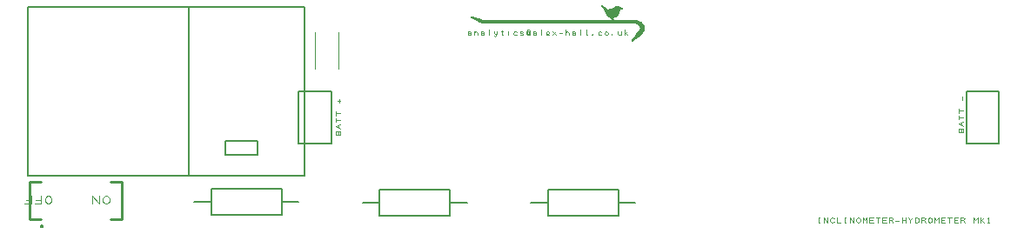
<source format=gbr>
G04 EasyPC Gerber Version 21.0.3 Build 4286 *
%FSLAX35Y35*%
%MOIN*%
%ADD71C,0.00001*%
%ADD20C,0.00100*%
%ADD70C,0.00394*%
%ADD19C,0.00500*%
%ADD21C,0.00800*%
%ADD85C,0.01000*%
X0Y0D02*
D02*
D19*
X93591Y43077D02*
Y37777D01*
X81291*
Y43077*
X93591*
X109242Y41943D02*
Y61943D01*
X121742*
Y41943*
X109242*
X365148D02*
Y61943D01*
X377648*
Y41943*
X365148*
D02*
D70*
X115394Y84915D02*
Y70742D01*
X124449Y84915D02*
Y70742D01*
D02*
D71*
X225236Y95053D02*
X225252Y95006D01*
X225270Y94959*
X225289Y94914*
X225309Y94870*
X225330Y94826*
X225354Y94784*
X225378Y94742*
X225403Y94701*
X225429Y94661*
X225456Y94622*
X225485Y94583*
X225513Y94545*
X225543Y94507*
X225574Y94470*
X225605Y94433*
X225637Y94397*
X225669Y94361*
X225701Y94325*
X225734Y94290*
X225768Y94254*
X225801Y94219*
X225835Y94184*
X225868Y94149*
X225902Y94114*
X225935Y94079*
X225969Y94044*
X226002Y94008*
X226035Y93973*
X226068Y93937*
X226100Y93901*
X226132Y93864*
X226163Y93828*
X226194Y93790*
X226224Y93752*
X226253Y93714*
X226281Y93675*
X226309Y93635*
X226335Y93594*
X226361Y93553*
X226386Y93511*
X226410Y93468*
X226432Y93424*
X226454Y93380*
X226475Y93335*
X226495Y93290*
X226515Y93245*
X226533Y93199*
X226552Y93152*
X226569Y93106*
X226586Y93059*
X226603Y93012*
X226620Y92964*
X226636Y92917*
X226652Y92869*
X226667Y92821*
X226683Y92773*
X226699Y92726*
X226715Y92678*
X226730Y92630*
X226746Y92582*
X226780Y92487*
X226796Y92440*
X226814Y92393*
X226832Y92346*
X226850Y92300*
X226869Y92254*
X226889Y92208*
X226910Y92163*
X226931Y92118*
X226954Y92074*
X226977Y92030*
X227001Y91987*
X227026Y91945*
X227053Y91903*
X227080Y91862*
X227107Y91821*
X227135Y91780*
X227164Y91739*
X227193Y91698*
X227222Y91657*
X227252Y91617*
X227283Y91576*
X227314Y91536*
X227346Y91496*
X227378Y91457*
X227411Y91417*
X227444Y91379*
X227478Y91341*
X227513Y91304*
X227548Y91267*
X227583Y91231*
X227619Y91196*
X227656Y91162*
X227693Y91129*
X227731Y91097*
X227769Y91066*
X227808Y91036*
X227850Y91006*
X227893Y90976*
X227936Y90948*
X227981Y90921*
X228026Y90894*
X228161Y90817*
X228207Y90790*
X228252Y90763*
X228296Y90736*
X228339Y90708*
X228381Y90679*
X228423Y90648*
X228463Y90617*
X228503Y90581*
X228540Y90543*
X228574Y90502*
X228607Y90461*
X228640Y90417*
X228671Y90373*
X228702Y90330*
X228733Y90286*
X228766Y90243*
X228799Y90202*
X228833Y90163*
X228867Y90123*
X228902Y90083*
X228937Y90044*
X229007Y89966*
X229043Y89927*
X229078Y89888*
X229114Y89850*
X229150Y89811*
X229186Y89772*
X229329Y89618*
X229365Y89580*
X229400Y89541*
X229436Y89503*
X228286Y89553*
X221186Y89503*
X179336*
Y89703*
X179285Y89705*
X179234Y89708*
X179183Y89713*
X179134Y89720*
X179084Y89727*
X179035Y89736*
X178986Y89744*
X178937Y89754*
X178887Y89763*
X178838Y89772*
X178789Y89780*
X178739Y89787*
X178689Y89794*
X178639Y89798*
X178588Y89802*
X178536Y89803*
Y89953*
X177936*
Y90103*
X177286*
Y90303*
X177235Y90304*
X177183Y90306*
X177133Y90309*
X177082Y90313*
X177032Y90319*
X176982Y90324*
X176933Y90331*
X176883Y90338*
X176834Y90345*
X176784Y90352*
X176686Y90367*
X176637Y90374*
X176537Y90387*
X176488Y90392*
X176438Y90396*
X176387Y90400*
X176337Y90402*
X176286Y90403*
Y90603*
X176236Y90604*
X176186Y90606*
X176136Y90609*
X176086Y90612*
X176037Y90616*
X175987Y90620*
X175888Y90631*
X175789Y90643*
X175739Y90648*
X175690Y90655*
X175591Y90667*
X175541Y90672*
X175491Y90678*
X175441Y90683*
X175391Y90688*
X175340Y90692*
X175290Y90696*
X175239Y90699*
X175189Y90701*
X175137Y90702*
X175086Y90703*
Y90603*
X175286*
Y90403*
X175337Y90391*
X175388Y90380*
X175437Y90368*
X175486Y90357*
X175534Y90346*
X175583Y90336*
X175631Y90327*
X175680Y90319*
X175730Y90312*
X175780Y90307*
X175832Y90304*
X175886Y90303*
Y90103*
X176086*
Y89953*
X176486*
Y89803*
X176537Y89791*
X176588Y89780*
X176637Y89768*
X176686Y89757*
X176734Y89746*
X176783Y89736*
X176831Y89727*
X176880Y89719*
X176930Y89712*
X176980Y89707*
X177032Y89704*
X177086Y89703*
Y89503*
X177486*
Y89353*
X177736*
Y89203*
X178136*
Y89053*
X178336*
Y88853*
X178389Y88851*
X178440Y88846*
X178491Y88840*
X178540Y88832*
X178589Y88823*
X178687Y88802*
X178736Y88791*
X178785Y88780*
X178835Y88770*
X178885Y88761*
X178936Y88753*
Y88603*
X179336*
Y88453*
X179386Y88453*
X182686*
X182736Y88452*
X184136*
X184186Y88452*
X185286*
X185336Y88452*
X186236*
X186286Y88451*
X187086*
X187136Y88451*
X187836*
X187886Y88450*
X188536*
X188586Y88450*
X189186*
X189236Y88450*
X189836*
X189886Y88449*
X190436*
X190486Y88449*
X190987*
X191037Y88448*
X191537*
X191587Y88448*
X192087*
X192137Y88448*
X192587*
X192637Y88447*
X193087*
X193137Y88447*
X193537*
X193587Y88446*
X194037*
X194087Y88446*
X194487*
X194537Y88446*
X194937*
X194987Y88445*
X195337*
X195387Y88445*
X195787*
X195837Y88444*
X196187*
X196237Y88444*
X196587*
X196637Y88444*
X196987*
X197037Y88443*
X197387*
X197437Y88443*
X197787*
X197837Y88443*
X198137*
X198187Y88442*
X198537*
X198587Y88442*
X198887*
X198937Y88441*
X199287*
X199337Y88441*
X199637*
X199687Y88441*
X199987*
X200037Y88440*
X200337*
X200387Y88440*
X200687*
X200737Y88439*
X201037*
X201087Y88439*
X201387*
X201437Y88439*
X201687*
X201737Y88438*
X202038*
X202088Y88438*
X202388*
X202438Y88437*
X202688*
X202738Y88437*
X203038*
X203088Y88437*
X203338*
X203388Y88436*
X203638*
X203688Y88436*
X203988*
X204038Y88435*
X204288*
X204338Y88435*
X204588*
X204638Y88435*
X204888*
X204938Y88434*
X205238*
X205288Y88434*
X205538*
X205588Y88433*
X205838*
X205888Y88433*
X206138*
X206188Y88433*
X206438*
X206488Y88432*
X206688*
X206738Y88432*
X206988*
X207038Y88431*
X207288*
X207338Y88431*
X207588*
X207638Y88431*
X207888*
X207938Y88430*
X208138*
X208188Y88430*
X208438*
X208488Y88430*
X208738*
X208788Y88429*
X209038*
X209088Y88429*
X209288*
X209338Y88428*
X209588*
X209638Y88428*
X209838*
X209888Y88428*
X210138*
X210188Y88427*
X210388*
X210438Y88427*
X210688*
X210738Y88426*
X210938*
X210988Y88426*
X211238*
X211288Y88426*
X211488*
X211538Y88425*
X211788*
X211838Y88425*
X212038*
X212088Y88424*
X212288*
X212338Y88424*
X212588*
X212638Y88424*
X212838*
X212888Y88423*
X213088*
X213138Y88423*
X213388*
X213438Y88422*
X213638*
X213688Y88422*
X213888*
X213938Y88422*
X214138*
X214188Y88421*
X214388*
X214438Y88421*
X214688*
X214738Y88420*
X214938*
X214988Y88420*
X215188*
X215238Y88420*
X215438*
X215488Y88419*
X215688*
X215738Y88419*
X215988*
X216038Y88419*
X216238*
X216288Y88418*
X216488*
X216538Y88418*
X216738*
X216788Y88417*
X216988*
X217038Y88417*
X217238*
X217288Y88417*
X217488*
X217538Y88416*
X217738*
X217788Y88416*
X217988*
X218038Y88415*
X218238*
X218288Y88415*
X218488*
X218538Y88415*
X218738*
X218788Y88414*
X218988*
X219038Y88414*
X219238*
X219287Y88413*
X219487*
X219537Y88413*
X219737*
X219787Y88413*
X219987*
X220037Y88412*
X220237*
X220287Y88412*
X220487*
X220537Y88411*
X220737*
X220787Y88411*
X220987*
X221037Y88411*
X221237*
X221287Y88410*
X221487*
X221537Y88410*
X221737*
X221787Y88409*
X221987*
X222037Y88409*
X222237*
X222287Y88409*
X222487*
X222537Y88408*
X222737*
X222787Y88408*
X222987*
X223037Y88407*
X223187*
X223237Y88407*
X223437*
X223487Y88407*
X223687*
X223737Y88406*
X223937*
X223987Y88406*
X224187*
X224237Y88406*
X224437*
X224487Y88405*
X224686*
X224736Y88405*
X224936*
X224986Y88404*
X225186*
X225236Y88404*
X225436*
X225486Y88404*
X225686*
X225736Y88403*
X225936*
X225986Y88403*
X226236*
X226286Y88402*
X226785*
X226835Y88403*
X227135*
X227185Y88403*
X227335*
X227385Y88404*
X227535*
X227585Y88404*
X227685*
X227735Y88404*
X227835*
X227885Y88405*
X227935*
X227985Y88405*
X228085*
X228135Y88406*
X228185*
X228235Y88406*
X228285*
X228335Y88406*
X228385*
X228435Y88407*
X228485*
X228535Y88407*
X228585*
X228634Y88407*
X228684*
X228734Y88408*
X228784*
X228884Y88409*
X228934*
X228984Y88409*
X229034*
X229134Y88410*
X229184*
X229284Y88411*
X229334*
X229434Y88411*
X229484*
X229634Y88413*
X229684*
X229784Y88413*
X229834*
X229984Y88415*
X230034*
X230234Y88416*
X230284*
X230484Y88418*
X230534*
X230784Y88420*
X230834*
X231134Y88422*
X231184*
X231284Y88423*
X231335Y88423*
X231535Y88425*
X231585*
X231935Y88428*
X231985*
X232335Y88430*
X232385*
X232735Y88433*
X232785*
X232835Y88433*
X233085Y88435*
X233135*
X233385Y88437*
X233435*
X233635Y88439*
X233685*
X233885Y88441*
X233935*
X233985Y88441*
X234035Y88441*
X234085Y88442*
X234135*
X234285Y88443*
X234335*
X234435Y88444*
X234485*
X234585Y88444*
X234635*
X234735Y88445*
X234785*
X234885Y88446*
X234935*
X235035Y88447*
X235085*
X235135Y88447*
X235185*
X235285Y88448*
X235336*
X235386Y88448*
X235436*
X235486Y88449*
X235536*
X235586Y88449*
X235636*
X235686Y88450*
X235736*
X235786Y88450*
X235886*
X235936Y88450*
X235986*
X236036Y88451*
X236136*
X236186Y88451*
X236236*
X236286Y88452*
X236436*
X236486Y88452*
X236586*
X236636Y88452*
X236836*
X236886Y88453*
X237386*
X237436Y88453*
Y88253*
X237485*
X237533Y88254*
X237583Y88255*
X237633Y88257*
X237733Y88261*
X237783Y88263*
X237834Y88265*
X237885Y88266*
X237935Y88268*
X237986Y88269*
X238037Y88270*
X238087*
X238137Y88269*
X238188Y88268*
X238238Y88266*
X238287Y88263*
X238337Y88259*
X238385Y88254*
X238434Y88248*
X238481Y88240*
X238532Y88230*
X238583Y88219*
X238633Y88207*
X238683Y88193*
X238733Y88179*
X238783Y88165*
X238833Y88150*
X238883Y88135*
X238933Y88120*
X238983Y88107*
X239033Y88093*
X239083Y88081*
X239134Y88070*
X239185Y88061*
X239236Y88053*
Y87803*
X239636Y87703*
Y87553*
X239836*
Y87203*
X240036*
Y86603*
X240236*
Y86003*
X240036*
Y85653*
X239836*
Y85453*
X239636*
Y85053*
X239236Y84953*
Y84653*
X239036*
Y84353*
X238636Y84253*
Y83903*
X238436*
Y83603*
X238236*
Y83303*
X237836Y83203*
Y82803*
X237636*
Y82503*
X237236Y82403*
Y82103*
X237036*
X237016Y82055*
X236995Y82008*
X236973Y81963*
X236951Y81918*
X236929Y81874*
X236907Y81831*
X236886Y81787*
X236866Y81743*
X236847Y81699*
X236830Y81653*
X236815Y81606*
X236802Y81557*
X236793Y81506*
X236786Y81453*
X237236*
Y81653*
X237436*
Y81803*
X237636*
Y81953*
X237836*
Y82103*
X238036*
Y82253*
X238236*
Y82403*
X238636Y82503*
Y82703*
X239036Y82803*
Y83003*
X239236*
Y83203*
X239289Y83212*
X239341Y83224*
X239391Y83240*
X239441Y83257*
X239489Y83276*
X239538Y83296*
X239586Y83316*
X239635Y83336*
X239684Y83356*
X239733Y83374*
X239784Y83389*
X239836Y83403*
Y83603*
X240036*
Y83753*
X240236*
Y84053*
X240436*
Y84253*
X240836Y84353*
Y84653*
X241036*
Y84953*
X241236*
Y85303*
X241436*
Y85653*
X241636*
Y86953*
X241436*
Y87553*
X241236*
Y87803*
X241036*
Y88153*
X240636Y88253*
Y88453*
X240436*
Y88603*
X240236*
Y88753*
X240185Y88765*
X240134Y88776*
X240085Y88788*
X240036Y88799*
X239988Y88810*
X239939Y88820*
X239891Y88829*
X239842Y88837*
X239792Y88844*
X239742Y88848*
X239690Y88852*
X239636Y88853*
Y89053*
X239236*
Y89203*
X238836*
Y89353*
X238236*
Y89503*
X230736*
X230688Y89503*
X230639Y89502*
X230589Y89500*
X230538Y89498*
X230486Y89497*
X230434Y89496*
X230382Y89495*
X230330*
X230278Y89496*
X230225Y89498*
X230173Y89501*
X230122Y89506*
X230071Y89513*
X230020Y89521*
X229971Y89532*
X229923Y89545*
X229876Y89561*
X229830Y89580*
X229786Y89602*
X229745Y89626*
X229706Y89652*
X229667Y89679*
X229628Y89709*
X229591Y89740*
X229554Y89773*
X229518Y89807*
X229483Y89842*
X229448Y89878*
X229413Y89915*
X229379Y89953*
X229345Y89992*
X229312Y90030*
X229279Y90069*
X229246Y90109*
X229181Y90186*
X229148Y90224*
X229116Y90262*
X229084Y90299*
X229051Y90335*
X229019Y90369*
X228986Y90403*
X229043Y90405*
X229097Y90410*
X229148Y90418*
X229198Y90428*
X229246Y90439*
X229293Y90453*
X229339Y90467*
X229387Y90482*
X229434Y90497*
X229483Y90511*
X229534Y90525*
X229588Y90538*
X229637Y90549*
X229686Y90559*
X229735Y90570*
X229784Y90580*
X229833Y90591*
X229883Y90601*
X229932Y90612*
X230031Y90635*
X230080Y90646*
X230129Y90659*
X230178Y90671*
X230227Y90685*
X230276Y90698*
X230324Y90713*
X230372Y90729*
X230420Y90745*
X230468Y90762*
X230515Y90780*
X230562Y90799*
X230609Y90819*
X230655Y90840*
X230700Y90863*
X230746Y90887*
X230790Y90911*
X230834Y90938*
X230878Y90966*
X230920Y90995*
X230961Y91025*
X231001Y91056*
X231041Y91088*
X231078Y91121*
X231115Y91155*
X231151Y91190*
X231186Y91226*
X231220Y91262*
X231253Y91299*
X231285Y91337*
X231317Y91376*
X231347Y91415*
X231377Y91455*
X231406Y91495*
X231434Y91537*
X231462Y91578*
X231489Y91620*
X231515Y91663*
X231541Y91706*
X231566Y91749*
X231591Y91793*
X231615Y91837*
X231639Y91881*
X231662Y91926*
X231685Y91971*
X231707Y92016*
X231730Y92061*
X231752Y92106*
X231774Y92152*
X231795Y92197*
X231816Y92243*
X231837Y92288*
X231859Y92333*
X231900Y92424*
X231920Y92469*
X231937Y92513*
X231954Y92559*
X231969Y92605*
X231983Y92652*
X231996Y92699*
X232008Y92746*
X232020Y92794*
X232042Y92891*
X232052Y92939*
X232063Y92987*
X232074Y93035*
X232086Y93083*
X232098Y93131*
X232110Y93179*
X232124Y93226*
X232138Y93272*
X232154Y93319*
X232171Y93364*
X232189Y93409*
X232209Y93453*
X232231Y93496*
X232256Y93538*
X232282Y93579*
X232310Y93619*
X232341Y93658*
X232376Y93696*
X232412Y93729*
X232448Y93757*
X232485Y93782*
X232524Y93803*
X232563Y93820*
X232602Y93834*
X232642Y93846*
X232682Y93856*
X232723Y93863*
X232764Y93869*
X232806Y93874*
X232847Y93878*
X232931Y93885*
X232972Y93889*
X233014Y93894*
X233056Y93900*
X233097Y93907*
X233138Y93916*
X233179Y93928*
X233219Y93942*
X233259Y93959*
X233298Y93979*
X233336Y94003*
X233288Y94017*
X233239Y94029*
X233189Y94041*
X233139Y94052*
X232938Y94091*
X232887Y94101*
X232837Y94111*
X232787Y94123*
X232737Y94135*
X232688Y94148*
X232639Y94163*
X232592Y94179*
X232544Y94197*
X232496Y94219*
X232449Y94244*
X232404Y94272*
X232360Y94301*
X232317Y94332*
X232276Y94364*
X232234Y94396*
X232193Y94428*
X232152Y94459*
X232109Y94489*
X232066Y94518*
X232022Y94544*
X231976Y94567*
X231935Y94584*
X231892Y94600*
X231847Y94614*
X231800Y94626*
X231752Y94637*
X231703Y94647*
X231652Y94655*
X231601Y94662*
X231549Y94667*
X231496Y94671*
X231443Y94674*
X231389Y94676*
X231335Y94676*
X231281Y94676*
X231228Y94674*
X231174Y94672*
X231121Y94669*
X231069Y94664*
X231018Y94659*
X230967Y94653*
X230918Y94646*
X230870Y94638*
X230824Y94630*
X230780Y94621*
X230737Y94612*
X230688Y94600*
X230641Y94585*
X230594Y94569*
X230548Y94551*
X230502Y94531*
X230458Y94509*
X230414Y94487*
X230370Y94463*
X230328Y94438*
X230285Y94412*
X230243Y94385*
X230201Y94357*
X230160Y94329*
X230119Y94300*
X230078Y94271*
X230037Y94242*
X229996Y94212*
X229915Y94154*
X229874Y94125*
X229833Y94097*
X229792Y94069*
X229751Y94043*
X229709Y94016*
X229668Y93991*
X229626Y93967*
X229581Y93944*
X229535Y93923*
X229488Y93904*
X229440Y93887*
X229391Y93872*
X229342Y93857*
X229292Y93845*
X229241Y93833*
X229191Y93822*
X229139Y93812*
X229088Y93802*
X229037Y93793*
X228986Y93783*
X228936Y93774*
X228885Y93764*
X228835Y93754*
X228787Y93743*
X228738Y93731*
X228691Y93718*
X228644Y93705*
X228597Y93690*
X228550Y93675*
X228456Y93644*
X228409Y93628*
X228362Y93611*
X228315Y93595*
X228268Y93580*
X228221Y93564*
X228174Y93549*
X228126Y93535*
X228078Y93521*
X228030Y93509*
X227982Y93497*
X227934Y93487*
X227885Y93478*
X227836Y93470*
X227787Y93465*
X227738Y93461*
X227688Y93459*
X227638*
X227587Y93461*
X227536Y93466*
X227487Y93474*
X227439Y93485*
X227393Y93501*
X227348Y93520*
X227304Y93542*
X227261Y93567*
X227219Y93594*
X227178Y93622*
X227138Y93652*
X227098Y93683*
X227059Y93715*
X227020Y93746*
X226982Y93778*
X226944Y93809*
X226907Y93839*
X226827Y93901*
X226788Y93932*
X226710Y93995*
X226671Y94027*
X226633Y94059*
X226594Y94091*
X226556Y94122*
X226518Y94154*
X226442Y94219*
X226404Y94252*
X226367Y94284*
X226329Y94317*
X226291Y94349*
X226254Y94382*
X226216Y94415*
X226179Y94448*
X226141Y94481*
X226066Y94548*
X226029Y94581*
X225991Y94615*
X225954Y94648*
X225917Y94682*
X225881Y94717*
X225846Y94751*
X225811Y94786*
X225776Y94821*
X225741Y94855*
X225706Y94887*
X225669Y94919*
X225633Y94948*
X225595Y94975*
X225556Y94999*
X225516Y95019*
X225474Y95037*
X225431Y95050*
X225385Y95058*
X225338Y95062*
X225288Y95060*
X225236Y95053*
G36*
X225252Y95006*
X225270Y94959*
X225289Y94914*
X225309Y94870*
X225330Y94826*
X225354Y94784*
X225378Y94742*
X225403Y94701*
X225429Y94661*
X225456Y94622*
X225485Y94583*
X225513Y94545*
X225543Y94507*
X225574Y94470*
X225605Y94433*
X225637Y94397*
X225669Y94361*
X225701Y94325*
X225734Y94290*
X225768Y94254*
X225801Y94219*
X225835Y94184*
X225868Y94149*
X225902Y94114*
X225935Y94079*
X225969Y94044*
X226002Y94008*
X226035Y93973*
X226068Y93937*
X226100Y93901*
X226132Y93864*
X226163Y93828*
X226194Y93790*
X226224Y93752*
X226253Y93714*
X226281Y93675*
X226309Y93635*
X226335Y93594*
X226361Y93553*
X226386Y93511*
X226410Y93468*
X226432Y93424*
X226454Y93380*
X226475Y93335*
X226495Y93290*
X226515Y93245*
X226533Y93199*
X226552Y93152*
X226569Y93106*
X226586Y93059*
X226603Y93012*
X226620Y92964*
X226636Y92917*
X226652Y92869*
X226667Y92821*
X226683Y92773*
X226699Y92726*
X226715Y92678*
X226730Y92630*
X226746Y92582*
X226780Y92487*
X226796Y92440*
X226814Y92393*
X226832Y92346*
X226850Y92300*
X226869Y92254*
X226889Y92208*
X226910Y92163*
X226931Y92118*
X226954Y92074*
X226977Y92030*
X227001Y91987*
X227026Y91945*
X227053Y91903*
X227080Y91862*
X227107Y91821*
X227135Y91780*
X227164Y91739*
X227193Y91698*
X227222Y91657*
X227252Y91617*
X227283Y91576*
X227314Y91536*
X227346Y91496*
X227378Y91457*
X227411Y91417*
X227444Y91379*
X227478Y91341*
X227513Y91304*
X227548Y91267*
X227583Y91231*
X227619Y91196*
X227656Y91162*
X227693Y91129*
X227731Y91097*
X227769Y91066*
X227808Y91036*
X227850Y91006*
X227893Y90976*
X227936Y90948*
X227981Y90921*
X228026Y90894*
X228161Y90817*
X228207Y90790*
X228252Y90763*
X228296Y90736*
X228339Y90708*
X228381Y90679*
X228423Y90648*
X228463Y90617*
X228503Y90581*
X228540Y90543*
X228574Y90502*
X228607Y90461*
X228640Y90417*
X228671Y90373*
X228702Y90330*
X228733Y90286*
X228766Y90243*
X228799Y90202*
X228833Y90163*
X228867Y90123*
X228902Y90083*
X228937Y90044*
X229007Y89966*
X229043Y89927*
X229078Y89888*
X229114Y89850*
X229150Y89811*
X229186Y89772*
X229329Y89618*
X229365Y89580*
X229400Y89541*
X229436Y89503*
X228286Y89553*
X221186Y89503*
X179336*
Y89703*
X179285Y89705*
X179234Y89708*
X179183Y89713*
X179134Y89720*
X179084Y89727*
X179035Y89736*
X178986Y89744*
X178937Y89754*
X178887Y89763*
X178838Y89772*
X178789Y89780*
X178739Y89787*
X178689Y89794*
X178639Y89798*
X178588Y89802*
X178536Y89803*
Y89953*
X177936*
Y90103*
X177286*
Y90303*
X177235Y90304*
X177183Y90306*
X177133Y90309*
X177082Y90313*
X177032Y90319*
X176982Y90324*
X176933Y90331*
X176883Y90338*
X176834Y90345*
X176784Y90352*
X176686Y90367*
X176637Y90374*
X176537Y90387*
X176488Y90392*
X176438Y90396*
X176387Y90400*
X176337Y90402*
X176286Y90403*
Y90603*
X176236Y90604*
X176186Y90606*
X176136Y90609*
X176086Y90612*
X176037Y90616*
X175987Y90620*
X175888Y90631*
X175789Y90643*
X175739Y90648*
X175690Y90655*
X175591Y90667*
X175541Y90672*
X175491Y90678*
X175441Y90683*
X175391Y90688*
X175340Y90692*
X175290Y90696*
X175239Y90699*
X175189Y90701*
X175137Y90702*
X175086Y90703*
Y90603*
X175286*
Y90403*
X175337Y90391*
X175388Y90380*
X175437Y90368*
X175486Y90357*
X175534Y90346*
X175583Y90336*
X175631Y90327*
X175680Y90319*
X175730Y90312*
X175780Y90307*
X175832Y90304*
X175886Y90303*
Y90103*
X176086*
Y89953*
X176486*
Y89803*
X176537Y89791*
X176588Y89780*
X176637Y89768*
X176686Y89757*
X176734Y89746*
X176783Y89736*
X176831Y89727*
X176880Y89719*
X176930Y89712*
X176980Y89707*
X177032Y89704*
X177086Y89703*
Y89503*
X177486*
Y89353*
X177736*
Y89203*
X178136*
Y89053*
X178336*
Y88853*
X178389Y88851*
X178440Y88846*
X178491Y88840*
X178540Y88832*
X178589Y88823*
X178687Y88802*
X178736Y88791*
X178785Y88780*
X178835Y88770*
X178885Y88761*
X178936Y88753*
Y88603*
X179336*
Y88453*
X179386Y88453*
X182686*
X182736Y88452*
X184136*
X184186Y88452*
X185286*
X185336Y88452*
X186236*
X186286Y88451*
X187086*
X187136Y88451*
X187836*
X187886Y88450*
X188536*
X188586Y88450*
X189186*
X189236Y88450*
X189836*
X189886Y88449*
X190436*
X190486Y88449*
X190987*
X191037Y88448*
X191537*
X191587Y88448*
X192087*
X192137Y88448*
X192587*
X192637Y88447*
X193087*
X193137Y88447*
X193537*
X193587Y88446*
X194037*
X194087Y88446*
X194487*
X194537Y88446*
X194937*
X194987Y88445*
X195337*
X195387Y88445*
X195787*
X195837Y88444*
X196187*
X196237Y88444*
X196587*
X196637Y88444*
X196987*
X197037Y88443*
X197387*
X197437Y88443*
X197787*
X197837Y88443*
X198137*
X198187Y88442*
X198537*
X198587Y88442*
X198887*
X198937Y88441*
X199287*
X199337Y88441*
X199637*
X199687Y88441*
X199987*
X200037Y88440*
X200337*
X200387Y88440*
X200687*
X200737Y88439*
X201037*
X201087Y88439*
X201387*
X201437Y88439*
X201687*
X201737Y88438*
X202038*
X202088Y88438*
X202388*
X202438Y88437*
X202688*
X202738Y88437*
X203038*
X203088Y88437*
X203338*
X203388Y88436*
X203638*
X203688Y88436*
X203988*
X204038Y88435*
X204288*
X204338Y88435*
X204588*
X204638Y88435*
X204888*
X204938Y88434*
X205238*
X205288Y88434*
X205538*
X205588Y88433*
X205838*
X205888Y88433*
X206138*
X206188Y88433*
X206438*
X206488Y88432*
X206688*
X206738Y88432*
X206988*
X207038Y88431*
X207288*
X207338Y88431*
X207588*
X207638Y88431*
X207888*
X207938Y88430*
X208138*
X208188Y88430*
X208438*
X208488Y88430*
X208738*
X208788Y88429*
X209038*
X209088Y88429*
X209288*
X209338Y88428*
X209588*
X209638Y88428*
X209838*
X209888Y88428*
X210138*
X210188Y88427*
X210388*
X210438Y88427*
X210688*
X210738Y88426*
X210938*
X210988Y88426*
X211238*
X211288Y88426*
X211488*
X211538Y88425*
X211788*
X211838Y88425*
X212038*
X212088Y88424*
X212288*
X212338Y88424*
X212588*
X212638Y88424*
X212838*
X212888Y88423*
X213088*
X213138Y88423*
X213388*
X213438Y88422*
X213638*
X213688Y88422*
X213888*
X213938Y88422*
X214138*
X214188Y88421*
X214388*
X214438Y88421*
X214688*
X214738Y88420*
X214938*
X214988Y88420*
X215188*
X215238Y88420*
X215438*
X215488Y88419*
X215688*
X215738Y88419*
X215988*
X216038Y88419*
X216238*
X216288Y88418*
X216488*
X216538Y88418*
X216738*
X216788Y88417*
X216988*
X217038Y88417*
X217238*
X217288Y88417*
X217488*
X217538Y88416*
X217738*
X217788Y88416*
X217988*
X218038Y88415*
X218238*
X218288Y88415*
X218488*
X218538Y88415*
X218738*
X218788Y88414*
X218988*
X219038Y88414*
X219238*
X219287Y88413*
X219487*
X219537Y88413*
X219737*
X219787Y88413*
X219987*
X220037Y88412*
X220237*
X220287Y88412*
X220487*
X220537Y88411*
X220737*
X220787Y88411*
X220987*
X221037Y88411*
X221237*
X221287Y88410*
X221487*
X221537Y88410*
X221737*
X221787Y88409*
X221987*
X222037Y88409*
X222237*
X222287Y88409*
X222487*
X222537Y88408*
X222737*
X222787Y88408*
X222987*
X223037Y88407*
X223187*
X223237Y88407*
X223437*
X223487Y88407*
X223687*
X223737Y88406*
X223937*
X223987Y88406*
X224187*
X224237Y88406*
X224437*
X224487Y88405*
X224686*
X224736Y88405*
X224936*
X224986Y88404*
X225186*
X225236Y88404*
X225436*
X225486Y88404*
X225686*
X225736Y88403*
X225936*
X225986Y88403*
X226236*
X226286Y88402*
X226785*
X226835Y88403*
X227135*
X227185Y88403*
X227335*
X227385Y88404*
X227535*
X227585Y88404*
X227685*
X227735Y88404*
X227835*
X227885Y88405*
X227935*
X227985Y88405*
X228085*
X228135Y88406*
X228185*
X228235Y88406*
X228285*
X228335Y88406*
X228385*
X228435Y88407*
X228485*
X228535Y88407*
X228585*
X228634Y88407*
X228684*
X228734Y88408*
X228784*
X228884Y88409*
X228934*
X228984Y88409*
X229034*
X229134Y88410*
X229184*
X229284Y88411*
X229334*
X229434Y88411*
X229484*
X229634Y88413*
X229684*
X229784Y88413*
X229834*
X229984Y88415*
X230034*
X230234Y88416*
X230284*
X230484Y88418*
X230534*
X230784Y88420*
X230834*
X231134Y88422*
X231184*
X231284Y88423*
X231335Y88423*
X231535Y88425*
X231585*
X231935Y88428*
X231985*
X232335Y88430*
X232385*
X232735Y88433*
X232785*
X232835Y88433*
X233085Y88435*
X233135*
X233385Y88437*
X233435*
X233635Y88439*
X233685*
X233885Y88441*
X233935*
X233985Y88441*
X234035Y88441*
X234085Y88442*
X234135*
X234285Y88443*
X234335*
X234435Y88444*
X234485*
X234585Y88444*
X234635*
X234735Y88445*
X234785*
X234885Y88446*
X234935*
X235035Y88447*
X235085*
X235135Y88447*
X235185*
X235285Y88448*
X235336*
X235386Y88448*
X235436*
X235486Y88449*
X235536*
X235586Y88449*
X235636*
X235686Y88450*
X235736*
X235786Y88450*
X235886*
X235936Y88450*
X235986*
X236036Y88451*
X236136*
X236186Y88451*
X236236*
X236286Y88452*
X236436*
X236486Y88452*
X236586*
X236636Y88452*
X236836*
X236886Y88453*
X237386*
X237436Y88453*
Y88253*
X237485*
X237533Y88254*
X237583Y88255*
X237633Y88257*
X237733Y88261*
X237783Y88263*
X237834Y88265*
X237885Y88266*
X237935Y88268*
X237986Y88269*
X238037Y88270*
X238087*
X238137Y88269*
X238188Y88268*
X238238Y88266*
X238287Y88263*
X238337Y88259*
X238385Y88254*
X238434Y88248*
X238481Y88240*
X238532Y88230*
X238583Y88219*
X238633Y88207*
X238683Y88193*
X238733Y88179*
X238783Y88165*
X238833Y88150*
X238883Y88135*
X238933Y88120*
X238983Y88107*
X239033Y88093*
X239083Y88081*
X239134Y88070*
X239185Y88061*
X239236Y88053*
Y87803*
X239636Y87703*
Y87553*
X239836*
Y87203*
X240036*
Y86603*
X240236*
Y86003*
X240036*
Y85653*
X239836*
Y85453*
X239636*
Y85053*
X239236Y84953*
Y84653*
X239036*
Y84353*
X238636Y84253*
Y83903*
X238436*
Y83603*
X238236*
Y83303*
X237836Y83203*
Y82803*
X237636*
Y82503*
X237236Y82403*
Y82103*
X237036*
X237016Y82055*
X236995Y82008*
X236973Y81963*
X236951Y81918*
X236929Y81874*
X236907Y81831*
X236886Y81787*
X236866Y81743*
X236847Y81699*
X236830Y81653*
X236815Y81606*
X236802Y81557*
X236793Y81506*
X236786Y81453*
X237236*
Y81653*
X237436*
Y81803*
X237636*
Y81953*
X237836*
Y82103*
X238036*
Y82253*
X238236*
Y82403*
X238636Y82503*
Y82703*
X239036Y82803*
Y83003*
X239236*
Y83203*
X239289Y83212*
X239341Y83224*
X239391Y83240*
X239441Y83257*
X239489Y83276*
X239538Y83296*
X239586Y83316*
X239635Y83336*
X239684Y83356*
X239733Y83374*
X239784Y83389*
X239836Y83403*
Y83603*
X240036*
Y83753*
X240236*
Y84053*
X240436*
Y84253*
X240836Y84353*
Y84653*
X241036*
Y84953*
X241236*
Y85303*
X241436*
Y85653*
X241636*
Y86953*
X241436*
Y87553*
X241236*
Y87803*
X241036*
Y88153*
X240636Y88253*
Y88453*
X240436*
Y88603*
X240236*
Y88753*
X240185Y88765*
X240134Y88776*
X240085Y88788*
X240036Y88799*
X239988Y88810*
X239939Y88820*
X239891Y88829*
X239842Y88837*
X239792Y88844*
X239742Y88848*
X239690Y88852*
X239636Y88853*
Y89053*
X239236*
Y89203*
X238836*
Y89353*
X238236*
Y89503*
X230736*
X230688Y89503*
X230639Y89502*
X230589Y89500*
X230538Y89498*
X230486Y89497*
X230434Y89496*
X230382Y89495*
X230330*
X230278Y89496*
X230225Y89498*
X230173Y89501*
X230122Y89506*
X230071Y89513*
X230020Y89521*
X229971Y89532*
X229923Y89545*
X229876Y89561*
X229830Y89580*
X229786Y89602*
X229745Y89626*
X229706Y89652*
X229667Y89679*
X229628Y89709*
X229591Y89740*
X229554Y89773*
X229518Y89807*
X229483Y89842*
X229448Y89878*
X229413Y89915*
X229379Y89953*
X229345Y89992*
X229312Y90030*
X229279Y90069*
X229246Y90109*
X229181Y90186*
X229148Y90224*
X229116Y90262*
X229084Y90299*
X229051Y90335*
X229019Y90369*
X228986Y90403*
X229043Y90405*
X229097Y90410*
X229148Y90418*
X229198Y90428*
X229246Y90439*
X229293Y90453*
X229339Y90467*
X229387Y90482*
X229434Y90497*
X229483Y90511*
X229534Y90525*
X229588Y90538*
X229637Y90549*
X229686Y90559*
X229735Y90570*
X229784Y90580*
X229833Y90591*
X229883Y90601*
X229932Y90612*
X230031Y90635*
X230080Y90646*
X230129Y90659*
X230178Y90671*
X230227Y90685*
X230276Y90698*
X230324Y90713*
X230372Y90729*
X230420Y90745*
X230468Y90762*
X230515Y90780*
X230562Y90799*
X230609Y90819*
X230655Y90840*
X230700Y90863*
X230746Y90887*
X230790Y90911*
X230834Y90938*
X230878Y90966*
X230920Y90995*
X230961Y91025*
X231001Y91056*
X231041Y91088*
X231078Y91121*
X231115Y91155*
X231151Y91190*
X231186Y91226*
X231220Y91262*
X231253Y91299*
X231285Y91337*
X231317Y91376*
X231347Y91415*
X231377Y91455*
X231406Y91495*
X231434Y91537*
X231462Y91578*
X231489Y91620*
X231515Y91663*
X231541Y91706*
X231566Y91749*
X231591Y91793*
X231615Y91837*
X231639Y91881*
X231662Y91926*
X231685Y91971*
X231707Y92016*
X231730Y92061*
X231752Y92106*
X231774Y92152*
X231795Y92197*
X231816Y92243*
X231837Y92288*
X231859Y92333*
X231900Y92424*
X231920Y92469*
X231937Y92513*
X231954Y92559*
X231969Y92605*
X231983Y92652*
X231996Y92699*
X232008Y92746*
X232020Y92794*
X232042Y92891*
X232052Y92939*
X232063Y92987*
X232074Y93035*
X232086Y93083*
X232098Y93131*
X232110Y93179*
X232124Y93226*
X232138Y93272*
X232154Y93319*
X232171Y93364*
X232189Y93409*
X232209Y93453*
X232231Y93496*
X232256Y93538*
X232282Y93579*
X232310Y93619*
X232341Y93658*
X232376Y93696*
X232412Y93729*
X232448Y93757*
X232485Y93782*
X232524Y93803*
X232563Y93820*
X232602Y93834*
X232642Y93846*
X232682Y93856*
X232723Y93863*
X232764Y93869*
X232806Y93874*
X232847Y93878*
X232931Y93885*
X232972Y93889*
X233014Y93894*
X233056Y93900*
X233097Y93907*
X233138Y93916*
X233179Y93928*
X233219Y93942*
X233259Y93959*
X233298Y93979*
X233336Y94003*
X233288Y94017*
X233239Y94029*
X233189Y94041*
X233139Y94052*
X232938Y94091*
X232887Y94101*
X232837Y94111*
X232787Y94123*
X232737Y94135*
X232688Y94148*
X232639Y94163*
X232592Y94179*
X232544Y94197*
X232496Y94219*
X232449Y94244*
X232404Y94272*
X232360Y94301*
X232317Y94332*
X232276Y94364*
X232234Y94396*
X232193Y94428*
X232152Y94459*
X232109Y94489*
X232066Y94518*
X232022Y94544*
X231976Y94567*
X231935Y94584*
X231892Y94600*
X231847Y94614*
X231800Y94626*
X231752Y94637*
X231703Y94647*
X231652Y94655*
X231601Y94662*
X231549Y94667*
X231496Y94671*
X231443Y94674*
X231389Y94676*
X231335Y94676*
X231281Y94676*
X231228Y94674*
X231174Y94672*
X231121Y94669*
X231069Y94664*
X231018Y94659*
X230967Y94653*
X230918Y94646*
X230870Y94638*
X230824Y94630*
X230780Y94621*
X230737Y94612*
X230688Y94600*
X230641Y94585*
X230594Y94569*
X230548Y94551*
X230502Y94531*
X230458Y94509*
X230414Y94487*
X230370Y94463*
X230328Y94438*
X230285Y94412*
X230243Y94385*
X230201Y94357*
X230160Y94329*
X230119Y94300*
X230078Y94271*
X230037Y94242*
X229996Y94212*
X229915Y94154*
X229874Y94125*
X229833Y94097*
X229792Y94069*
X229751Y94043*
X229709Y94016*
X229668Y93991*
X229626Y93967*
X229581Y93944*
X229535Y93923*
X229488Y93904*
X229440Y93887*
X229391Y93872*
X229342Y93857*
X229292Y93845*
X229241Y93833*
X229191Y93822*
X229139Y93812*
X229088Y93802*
X229037Y93793*
X228986Y93783*
X228936Y93774*
X228885Y93764*
X228835Y93754*
X228787Y93743*
X228738Y93731*
X228691Y93718*
X228644Y93705*
X228597Y93690*
X228550Y93675*
X228456Y93644*
X228409Y93628*
X228362Y93611*
X228315Y93595*
X228268Y93580*
X228221Y93564*
X228174Y93549*
X228126Y93535*
X228078Y93521*
X228030Y93509*
X227982Y93497*
X227934Y93487*
X227885Y93478*
X227836Y93470*
X227787Y93465*
X227738Y93461*
X227688Y93459*
X227638*
X227587Y93461*
X227536Y93466*
X227487Y93474*
X227439Y93485*
X227393Y93501*
X227348Y93520*
X227304Y93542*
X227261Y93567*
X227219Y93594*
X227178Y93622*
X227138Y93652*
X227098Y93683*
X227059Y93715*
X227020Y93746*
X226982Y93778*
X226944Y93809*
X226907Y93839*
X226827Y93901*
X226788Y93932*
X226710Y93995*
X226671Y94027*
X226633Y94059*
X226594Y94091*
X226556Y94122*
X226518Y94154*
X226442Y94219*
X226404Y94252*
X226367Y94284*
X226329Y94317*
X226291Y94349*
X226254Y94382*
X226216Y94415*
X226179Y94448*
X226141Y94481*
X226066Y94548*
X226029Y94581*
X225991Y94615*
X225954Y94648*
X225917Y94682*
X225881Y94717*
X225846Y94751*
X225811Y94786*
X225776Y94821*
X225741Y94855*
X225706Y94887*
X225669Y94919*
X225633Y94948*
X225595Y94975*
X225556Y94999*
X225516Y95019*
X225474Y95037*
X225431Y95050*
X225385Y95058*
X225338Y95062*
X225288Y95060*
X225236Y95053*
G37*
D02*
D20*
X14606Y20988D02*
Y20004D01*
X14360Y19512*
X14114Y19266*
X13622Y19020*
X13130*
X12638Y19266*
X12392Y19512*
X12146Y20004*
Y20988*
X12392Y21480*
X12638Y21726*
X13130Y21972*
X13622*
X14114Y21726*
X14360Y21480*
X14606Y20988*
X10669Y21972D02*
Y19020D01*
X8209*
X8701Y20496D02*
X10669D01*
X6732Y21972D02*
Y19020D01*
X4272*
X4764Y20496D02*
X6732D01*
X36752Y20988D02*
Y20004D01*
X36506Y19512*
X36260Y19266*
X35768Y19020*
X35276*
X34783Y19266*
X34537Y19512*
X34291Y20004*
Y20988*
X34537Y21480*
X34783Y21726*
X35276Y21972*
X35768*
X36260Y21726*
X36506Y21480*
X36752Y20988*
X32815Y21972D02*
Y19020D01*
X30354Y21972*
Y19020*
X124420Y46442D02*
X124577Y46755D01*
X124889Y46911*
X125202Y46755*
X125358Y46442*
Y45348*
X123483*
Y46442*
X123639Y46755*
X123952Y46911*
X124264Y46755*
X124420Y46442*
Y45348*
X125358Y47848D02*
X123483Y48630D01*
X125358Y49411*
X124577Y48161D02*
Y49098D01*
X125358Y51130D02*
X123483D01*
Y50348D02*
Y51911D01*
X125358Y53630D02*
X123483D01*
Y52848D02*
Y54411D01*
X124733Y57848D02*
Y59098D01*
X125358Y58474D02*
X124108D01*
X174055Y84805D02*
X174368Y84961D01*
X174836*
X175149Y84805*
X175305Y84492*
Y84023*
X175149Y83867*
X174836Y83711*
X174524*
X174211Y83867*
X174055Y84023*
Y84180*
X174211Y84336*
X174524Y84492*
X174836*
X175149Y84336*
X175305Y84180*
Y84023D02*
Y83711D01*
X176555D02*
Y84961D01*
Y84492D02*
X176711Y84805D01*
X177024Y84961*
X177336*
X177649Y84805*
X177805Y84492*
Y83711*
X179055Y84805D02*
X179368Y84961D01*
X179836*
X180149Y84805*
X180305Y84492*
Y84023*
X180149Y83867*
X179836Y83711*
X179524*
X179211Y83867*
X179055Y84023*
Y84180*
X179211Y84336*
X179524Y84492*
X179836*
X180149Y84336*
X180305Y84180*
Y84023D02*
Y83711D01*
X182336D02*
X182180D01*
Y85586*
X184055Y84961D02*
X184211Y84336D01*
X184524Y84023*
X184836*
X185149Y84336*
X185305Y84961*
X185149Y84336D02*
X184993Y83711D01*
X184836Y83398*
X184524Y83242*
X184211Y83398*
X186868Y84961D02*
X187493D01*
X187180Y85273D02*
Y83867D01*
X187336Y83711*
X187493*
X187649Y83867*
X189680Y83711D02*
Y84961D01*
Y85430D02*
X192805Y84805*
X192493Y84961D01*
X192024*
X191711Y84805*
X191555Y84492*
Y84180*
X191711Y83867*
X192024Y83711*
X192493*
X192805Y83867*
X194055D02*
X194368Y83711D01*
X194993*
X195305Y83867*
Y84180*
X194993Y84336*
X194368*
X194055Y84492*
Y84805*
X194368Y84961*
X194993*
X195305Y84805*
X197961Y83867D02*
X197649Y83711D01*
X197024*
X196711Y83867*
X196555Y84180*
Y85117*
X196711Y85430*
X197024Y85586*
X197493*
X197805Y85430*
X197961Y85117*
Y84336*
X197805Y84180*
X197649Y84336*
Y84961*
X197493Y85117*
X197024*
X196868Y84961*
Y84336*
X197024Y84180*
X197493*
X197649Y84336*
X199055Y84805D02*
X199368Y84961D01*
X199836*
X200149Y84805*
X200305Y84492*
Y84023*
X200149Y83867*
X199836Y83711*
X199524*
X199211Y83867*
X199055Y84023*
Y84180*
X199211Y84336*
X199524Y84492*
X199836*
X200149Y84336*
X200305Y84180*
Y84023D02*
Y83711D01*
X202336D02*
X202180D01*
Y85586*
X205305Y83867D02*
X205149Y83711D01*
X204836*
X204524*
X204211Y83867*
X204055Y84180*
Y84648*
X204211Y84805*
X204524Y84961*
X204836*
X205149Y84805*
X205305Y84648*
Y84492*
X205149Y84336*
X204836Y84180*
X204524*
X204211Y84336*
X204055Y84492*
X206555Y83711D02*
X207805Y84961D01*
Y83711D02*
X206555Y84961D01*
X209055Y84336D02*
X210305D01*
X211555Y83711D02*
Y85586D01*
Y84492D02*
X211711Y84805D01*
X212024Y84961*
X212336*
X212649Y84805*
X212805Y84492*
Y83711*
X214055Y84805D02*
X214368Y84961D01*
X214836*
X215149Y84805*
X215305Y84492*
Y84023*
X215149Y83867*
X214836Y83711*
X214524*
X214211Y83867*
X214055Y84023*
Y84180*
X214211Y84336*
X214524Y84492*
X214836*
X215149Y84336*
X215305Y84180*
Y84023D02*
Y83711D01*
X217336D02*
X217180D01*
Y85586*
X219836Y83711D02*
X219680D01*
Y85586*
X221711Y83711D02*
X221868Y83867D01*
X221711Y84023*
X221555Y83867*
X221711Y83711*
X225305Y84805D02*
X224993Y84961D01*
X224524*
X224211Y84805*
X224055Y84492*
Y84180*
X224211Y83867*
X224524Y83711*
X224993*
X225305Y83867*
X226555Y84180D02*
X226711Y83867D01*
X227024Y83711*
X227336*
X227649Y83867*
X227805Y84180*
Y84492*
X227649Y84805*
X227336Y84961*
X227024*
X226711Y84805*
X226555Y84492*
Y84180*
X229211Y83711D02*
X229368Y83867D01*
X229211Y84023*
X229055Y83867*
X229211Y83711*
X231555Y84961D02*
Y84180D01*
X231711Y83867*
X232024Y83711*
X232336*
X232649Y83867*
X232805Y84180*
Y84961D02*
Y83711D01*
X234055D02*
Y85586D01*
Y84336D02*
X234524D01*
X235305Y84961*
X234524Y84336D02*
X235305Y83711D01*
X308382Y11861D02*
X309007D01*
X308694D02*
Y13735D01*
X308382D02*
X309007D01*
X310413Y11861D02*
Y13735D01*
X311976Y11861*
Y13735*
X314476Y12173D02*
X314320Y12017D01*
X314007Y11861*
X313539*
X313226Y12017*
X313070Y12173*
X312913Y12485*
Y13111*
X313070Y13423*
X313226Y13579*
X313539Y13735*
X314007*
X314320Y13579*
X314476Y13423*
X315413Y13735D02*
Y11861D01*
X316976*
X318382D02*
X319007D01*
X318694D02*
Y13735D01*
X318382D02*
X319007D01*
X320413Y11861D02*
Y13735D01*
X321976Y11861*
Y13735*
X322913Y12485D02*
Y13111D01*
X323070Y13423*
X323226Y13579*
X323539Y13735*
X323851*
X324163Y13579*
X324320Y13423*
X324476Y13111*
Y12485*
X324320Y12173*
X324163Y12017*
X323851Y11861*
X323539*
X323226Y12017*
X323070Y12173*
X322913Y12485*
X325413Y11861D02*
Y13735D01*
X326194Y12798*
X326976Y13735*
Y11861*
X327913D02*
Y13735D01*
X329476*
X329163Y12798D02*
X327913D01*
Y11861D02*
X329476D01*
X331194D02*
Y13735D01*
X330413D02*
X331976D01*
X332913Y11861D02*
Y13735D01*
X334476*
X334163Y12798D02*
X332913D01*
Y11861D02*
X334476D01*
X335413D02*
Y13735D01*
X336507*
X336820Y13579*
X336976Y13267*
X336820Y12954*
X336507Y12798*
X335413*
X336507D02*
X336976Y11861D01*
X337913Y12485D02*
X339163D01*
X340413Y11861D02*
Y13735D01*
Y12798D02*
X341976D01*
Y11861D02*
Y13735D01*
X343694Y11861D02*
Y12798D01*
X342913Y13735*
X343694Y12798D02*
X344476Y13735D01*
X345413Y11861D02*
Y13735D01*
X346351*
X346663Y13579*
X346820Y13423*
X346976Y13111*
Y12485*
X346820Y12173*
X346663Y12017*
X346351Y11861*
X345413*
X347913D02*
Y13735D01*
X349007*
X349320Y13579*
X349476Y13267*
X349320Y12954*
X349007Y12798*
X347913*
X349007D02*
X349476Y11861D01*
X350413Y12485D02*
Y13111D01*
X350570Y13423*
X350726Y13579*
X351039Y13735*
X351351*
X351663Y13579*
X351820Y13423*
X351976Y13111*
Y12485*
X351820Y12173*
X351663Y12017*
X351351Y11861*
X351039*
X350726Y12017*
X350570Y12173*
X350413Y12485*
X352913Y11861D02*
Y13735D01*
X353694Y12798*
X354476Y13735*
Y11861*
X355413D02*
Y13735D01*
X356976*
X356663Y12798D02*
X355413D01*
Y11861D02*
X356976D01*
X358694D02*
Y13735D01*
X357913D02*
X359476D01*
X360413Y11861D02*
Y13735D01*
X361976*
X361663Y12798D02*
X360413D01*
Y11861D02*
X361976D01*
X362913D02*
Y13735D01*
X364007*
X364320Y13579*
X364476Y13267*
X364320Y12954*
X364007Y12798*
X362913*
X364007D02*
X364476Y11861D01*
X367913D02*
Y13735D01*
X368694Y12798*
X369476Y13735*
Y11861*
X370413D02*
Y13735D01*
Y12798D02*
X370882D01*
X371976Y13735*
X370882Y12798D02*
X371976Y11861D01*
X373226D02*
X373851D01*
X373539D02*
Y13735D01*
X373226Y13423*
X363102Y47426D02*
X363258Y47739D01*
X363570Y47895*
X363883Y47739*
X364039Y47426*
Y46333*
X362164*
Y47426*
X362320Y47739*
X362633Y47895*
X362945Y47739*
X363102Y47426*
Y46333*
X364039Y48833D02*
X362164Y49614D01*
X364039Y50395*
X363258Y49145D02*
Y50083D01*
X364039Y52114D02*
X362164D01*
Y51333D02*
Y52895D01*
X364039Y54614D02*
X362164D01*
Y53833D02*
Y55395D01*
X363414Y58833D02*
Y60083D01*
D02*
D21*
X67094Y29817D02*
X111594D01*
Y94317*
X67094*
Y29817D02*
Y94317D01*
X5594*
Y29817*
X67094*
X75811Y14758D02*
X102811D01*
Y24758*
X75811*
Y14758*
Y19758D02*
X69311D01*
X109311D02*
X102811D01*
X140280Y14266D02*
X167280D01*
Y24266*
X140280*
Y14266*
Y19266D02*
X133780D01*
X173780D02*
X167280D01*
X204748Y14266D02*
X231748D01*
Y24266*
X204748*
Y14266*
Y19266D02*
X198248D01*
X238248D02*
X231748D01*
D02*
D85*
X10441Y13163D02*
X6240D01*
Y27337*
X10441*
X11176Y10344D02*
G75*
G02X10604I-286D01*
G01*
X11176D02*
G75*
G02X10604I-286D01*
G01*
G75*
G02X11176I286*
G01*
X37315Y27337D02*
X41673D01*
Y13163*
X37315*
X0Y0D02*
M02*

</source>
